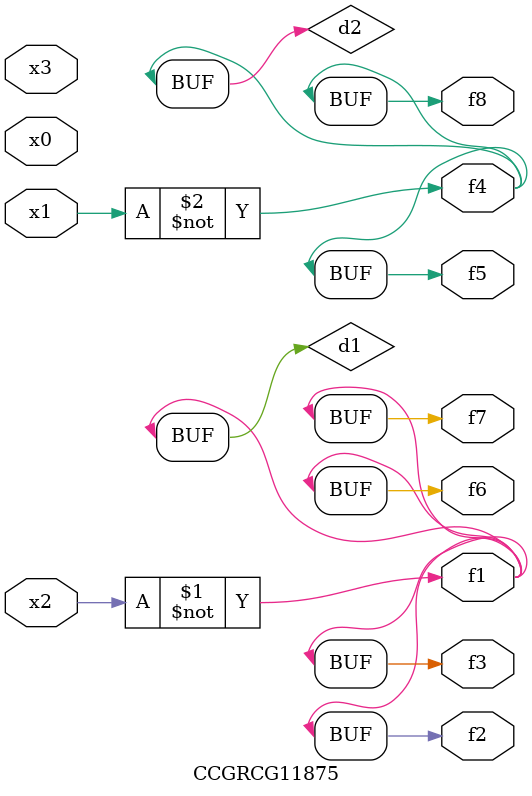
<source format=v>
module CCGRCG11875(
	input x0, x1, x2, x3,
	output f1, f2, f3, f4, f5, f6, f7, f8
);

	wire d1, d2;

	xnor (d1, x2);
	not (d2, x1);
	assign f1 = d1;
	assign f2 = d1;
	assign f3 = d1;
	assign f4 = d2;
	assign f5 = d2;
	assign f6 = d1;
	assign f7 = d1;
	assign f8 = d2;
endmodule

</source>
